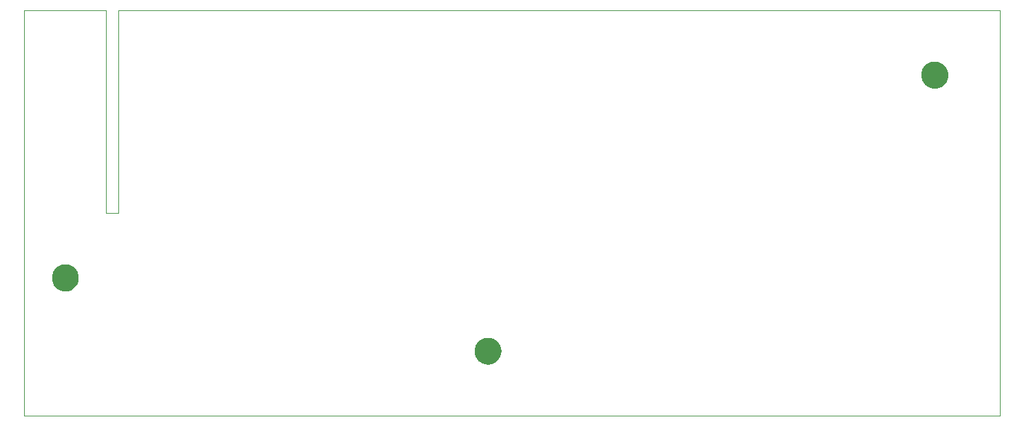
<source format=gbs>
G75*
G70*
%OFA0B0*%
%FSLAX24Y24*%
%IPPOS*%
%LPD*%
%AMOC8*
5,1,8,0,0,1.08239X$1,22.5*
%
%ADD10C,0.0000*%
%ADD11C,0.1300*%
D10*
X000260Y000467D02*
X000260Y020152D01*
X004197Y020152D01*
X004197Y010310D01*
X004827Y010310D01*
X004827Y020152D01*
X047504Y020152D01*
X047504Y000467D01*
X000260Y000467D01*
X001599Y007160D02*
X001601Y007210D01*
X001607Y007260D01*
X001617Y007309D01*
X001631Y007357D01*
X001648Y007404D01*
X001669Y007449D01*
X001694Y007493D01*
X001722Y007534D01*
X001754Y007573D01*
X001788Y007610D01*
X001825Y007644D01*
X001865Y007674D01*
X001907Y007701D01*
X001951Y007725D01*
X001997Y007746D01*
X002044Y007762D01*
X002092Y007775D01*
X002142Y007784D01*
X002191Y007789D01*
X002242Y007790D01*
X002292Y007787D01*
X002341Y007780D01*
X002390Y007769D01*
X002438Y007754D01*
X002484Y007736D01*
X002529Y007714D01*
X002572Y007688D01*
X002613Y007659D01*
X002652Y007627D01*
X002688Y007592D01*
X002720Y007554D01*
X002750Y007514D01*
X002777Y007471D01*
X002800Y007427D01*
X002819Y007381D01*
X002835Y007333D01*
X002847Y007284D01*
X002855Y007235D01*
X002859Y007185D01*
X002859Y007135D01*
X002855Y007085D01*
X002847Y007036D01*
X002835Y006987D01*
X002819Y006939D01*
X002800Y006893D01*
X002777Y006849D01*
X002750Y006806D01*
X002720Y006766D01*
X002688Y006728D01*
X002652Y006693D01*
X002613Y006661D01*
X002572Y006632D01*
X002529Y006606D01*
X002484Y006584D01*
X002438Y006566D01*
X002390Y006551D01*
X002341Y006540D01*
X002292Y006533D01*
X002242Y006530D01*
X002191Y006531D01*
X002142Y006536D01*
X002092Y006545D01*
X002044Y006558D01*
X001997Y006574D01*
X001951Y006595D01*
X001907Y006619D01*
X001865Y006646D01*
X001825Y006676D01*
X001788Y006710D01*
X001754Y006747D01*
X001722Y006786D01*
X001694Y006827D01*
X001669Y006871D01*
X001648Y006916D01*
X001631Y006963D01*
X001617Y007011D01*
X001607Y007060D01*
X001601Y007110D01*
X001599Y007160D01*
X022071Y003617D02*
X022073Y003667D01*
X022079Y003717D01*
X022089Y003766D01*
X022103Y003814D01*
X022120Y003861D01*
X022141Y003906D01*
X022166Y003950D01*
X022194Y003991D01*
X022226Y004030D01*
X022260Y004067D01*
X022297Y004101D01*
X022337Y004131D01*
X022379Y004158D01*
X022423Y004182D01*
X022469Y004203D01*
X022516Y004219D01*
X022564Y004232D01*
X022614Y004241D01*
X022663Y004246D01*
X022714Y004247D01*
X022764Y004244D01*
X022813Y004237D01*
X022862Y004226D01*
X022910Y004211D01*
X022956Y004193D01*
X023001Y004171D01*
X023044Y004145D01*
X023085Y004116D01*
X023124Y004084D01*
X023160Y004049D01*
X023192Y004011D01*
X023222Y003971D01*
X023249Y003928D01*
X023272Y003884D01*
X023291Y003838D01*
X023307Y003790D01*
X023319Y003741D01*
X023327Y003692D01*
X023331Y003642D01*
X023331Y003592D01*
X023327Y003542D01*
X023319Y003493D01*
X023307Y003444D01*
X023291Y003396D01*
X023272Y003350D01*
X023249Y003306D01*
X023222Y003263D01*
X023192Y003223D01*
X023160Y003185D01*
X023124Y003150D01*
X023085Y003118D01*
X023044Y003089D01*
X023001Y003063D01*
X022956Y003041D01*
X022910Y003023D01*
X022862Y003008D01*
X022813Y002997D01*
X022764Y002990D01*
X022714Y002987D01*
X022663Y002988D01*
X022614Y002993D01*
X022564Y003002D01*
X022516Y003015D01*
X022469Y003031D01*
X022423Y003052D01*
X022379Y003076D01*
X022337Y003103D01*
X022297Y003133D01*
X022260Y003167D01*
X022226Y003204D01*
X022194Y003243D01*
X022166Y003284D01*
X022141Y003328D01*
X022120Y003373D01*
X022103Y003420D01*
X022089Y003468D01*
X022079Y003517D01*
X022073Y003567D01*
X022071Y003617D01*
X043724Y017003D02*
X043726Y017053D01*
X043732Y017103D01*
X043742Y017152D01*
X043756Y017200D01*
X043773Y017247D01*
X043794Y017292D01*
X043819Y017336D01*
X043847Y017377D01*
X043879Y017416D01*
X043913Y017453D01*
X043950Y017487D01*
X043990Y017517D01*
X044032Y017544D01*
X044076Y017568D01*
X044122Y017589D01*
X044169Y017605D01*
X044217Y017618D01*
X044267Y017627D01*
X044316Y017632D01*
X044367Y017633D01*
X044417Y017630D01*
X044466Y017623D01*
X044515Y017612D01*
X044563Y017597D01*
X044609Y017579D01*
X044654Y017557D01*
X044697Y017531D01*
X044738Y017502D01*
X044777Y017470D01*
X044813Y017435D01*
X044845Y017397D01*
X044875Y017357D01*
X044902Y017314D01*
X044925Y017270D01*
X044944Y017224D01*
X044960Y017176D01*
X044972Y017127D01*
X044980Y017078D01*
X044984Y017028D01*
X044984Y016978D01*
X044980Y016928D01*
X044972Y016879D01*
X044960Y016830D01*
X044944Y016782D01*
X044925Y016736D01*
X044902Y016692D01*
X044875Y016649D01*
X044845Y016609D01*
X044813Y016571D01*
X044777Y016536D01*
X044738Y016504D01*
X044697Y016475D01*
X044654Y016449D01*
X044609Y016427D01*
X044563Y016409D01*
X044515Y016394D01*
X044466Y016383D01*
X044417Y016376D01*
X044367Y016373D01*
X044316Y016374D01*
X044267Y016379D01*
X044217Y016388D01*
X044169Y016401D01*
X044122Y016417D01*
X044076Y016438D01*
X044032Y016462D01*
X043990Y016489D01*
X043950Y016519D01*
X043913Y016553D01*
X043879Y016590D01*
X043847Y016629D01*
X043819Y016670D01*
X043794Y016714D01*
X043773Y016759D01*
X043756Y016806D01*
X043742Y016854D01*
X043732Y016903D01*
X043726Y016953D01*
X043724Y017003D01*
D11*
X044354Y017003D03*
X022701Y003617D03*
X002229Y007160D03*
M02*

</source>
